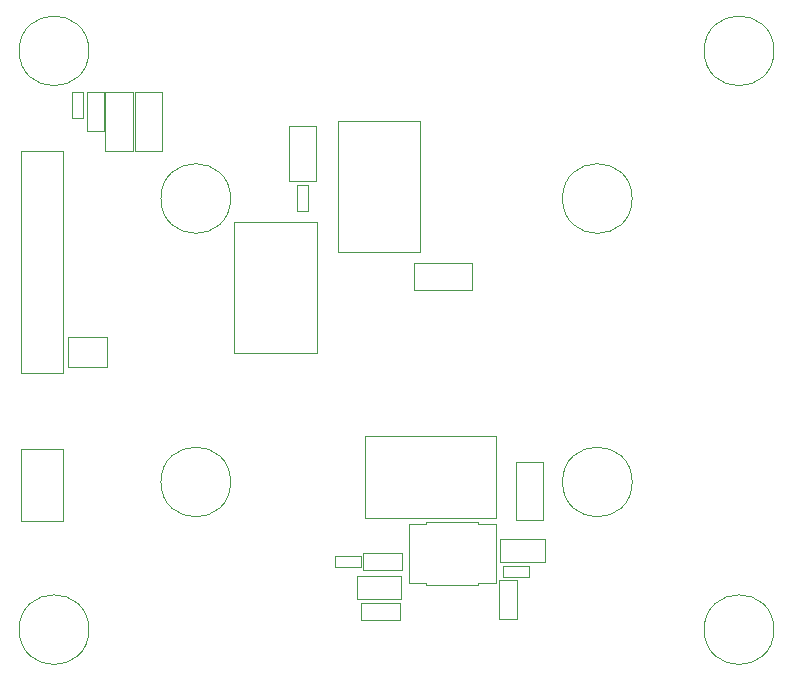
<source format=gbr>
G04 #@! TF.GenerationSoftware,KiCad,Pcbnew,9.0.4*
G04 #@! TF.CreationDate,2025-09-01T18:14:40-04:00*
G04 #@! TF.ProjectId,power_supply_hat,706f7765-725f-4737-9570-706c795f6861,rev?*
G04 #@! TF.SameCoordinates,Original*
G04 #@! TF.FileFunction,Other,User*
%FSLAX46Y46*%
G04 Gerber Fmt 4.6, Leading zero omitted, Abs format (unit mm)*
G04 Created by KiCad (PCBNEW 9.0.4) date 2025-09-01 18:14:40*
%MOMM*%
%LPD*%
G01*
G04 APERTURE LIST*
%ADD10C,0.050000*%
G04 APERTURE END LIST*
D10*
X129462500Y-94220000D02*
X132762500Y-94220000D01*
X129462500Y-95680000D02*
X129462500Y-94220000D01*
X132762500Y-94220000D02*
X132762500Y-95680000D01*
X132762500Y-95680000D02*
X129462500Y-95680000D01*
X152450000Y-84000000D02*
G75*
G02*
X146550000Y-84000000I-2950000J0D01*
G01*
X146550000Y-84000000D02*
G75*
G02*
X152450000Y-84000000I2950000J0D01*
G01*
X164450000Y-47500000D02*
G75*
G02*
X158550000Y-47500000I-2950000J0D01*
G01*
X158550000Y-47500000D02*
G75*
G02*
X164450000Y-47500000I2950000J0D01*
G01*
X100730000Y-81230000D02*
X100730000Y-87320000D01*
X100730000Y-87320000D02*
X104270000Y-87320000D01*
X104270000Y-81230000D02*
X100730000Y-81230000D01*
X104270000Y-87320000D02*
X104270000Y-81230000D01*
X105040000Y-50980000D02*
X105960000Y-50980000D01*
X105040000Y-53160000D02*
X105040000Y-50980000D01*
X105960000Y-50980000D02*
X105960000Y-53160000D01*
X105960000Y-53160000D02*
X105040000Y-53160000D01*
X141490000Y-91130000D02*
X143710000Y-91130000D01*
X141490000Y-92070000D02*
X141490000Y-91130000D01*
X143710000Y-91130000D02*
X143710000Y-92070000D01*
X143710000Y-92070000D02*
X141490000Y-92070000D01*
X107850000Y-51020000D02*
X110150000Y-51020000D01*
X107850000Y-55980000D02*
X107850000Y-51020000D01*
X110150000Y-51020000D02*
X110150000Y-55980000D01*
X110150000Y-55980000D02*
X107850000Y-55980000D01*
X124055000Y-58867500D02*
X124995000Y-58867500D01*
X124055000Y-61087500D02*
X124055000Y-58867500D01*
X124995000Y-58867500D02*
X124995000Y-61087500D01*
X124995000Y-61087500D02*
X124055000Y-61087500D01*
X141272500Y-88845000D02*
X145032500Y-88845000D01*
X141272500Y-90805000D02*
X141272500Y-88845000D01*
X145032500Y-88845000D02*
X145032500Y-90805000D01*
X145032500Y-90805000D02*
X141272500Y-90805000D01*
X129800000Y-80075000D02*
X140900000Y-80075000D01*
X140900000Y-87075000D01*
X129800000Y-87075000D01*
X129800000Y-80075000D01*
X123375000Y-58525000D02*
X123375000Y-53825000D01*
X125675000Y-53825000D02*
X123375000Y-53825000D01*
X125675000Y-53825000D02*
X125675000Y-58525000D01*
X125675000Y-58525000D02*
X123375000Y-58525000D01*
X129625000Y-89970000D02*
X132925000Y-89970000D01*
X129625000Y-91430000D02*
X129625000Y-89970000D01*
X132925000Y-89970000D02*
X132925000Y-91430000D01*
X132925000Y-91430000D02*
X129625000Y-91430000D01*
X106450000Y-96500000D02*
G75*
G02*
X100550000Y-96500000I-2950000J0D01*
G01*
X100550000Y-96500000D02*
G75*
G02*
X106450000Y-96500000I2950000J0D01*
G01*
X106270000Y-50987500D02*
X107730000Y-50987500D01*
X106270000Y-54287500D02*
X106270000Y-50987500D01*
X107730000Y-50987500D02*
X107730000Y-54287500D01*
X107730000Y-54287500D02*
X106270000Y-54287500D01*
X106450000Y-47500000D02*
G75*
G02*
X100550000Y-47500000I-2950000J0D01*
G01*
X100550000Y-47500000D02*
G75*
G02*
X106450000Y-47500000I2950000J0D01*
G01*
X134525000Y-53425000D02*
X127525000Y-53425000D01*
X127525000Y-64525000D01*
X134525000Y-64525000D01*
X134525000Y-53425000D01*
X118750000Y-73050000D02*
X125750000Y-73050000D01*
X125750000Y-61950000D01*
X118750000Y-61950000D01*
X118750000Y-73050000D01*
X118450000Y-60000000D02*
G75*
G02*
X112550000Y-60000000I-2950000J0D01*
G01*
X112550000Y-60000000D02*
G75*
G02*
X118450000Y-60000000I2950000J0D01*
G01*
X104700000Y-71750000D02*
X104700000Y-74250000D01*
X104700000Y-71750000D02*
X108000000Y-71750000D01*
X108000000Y-74250000D02*
X104700000Y-74250000D01*
X108000000Y-74250000D02*
X108000000Y-71750000D01*
X100730000Y-55980000D02*
X100730000Y-74780000D01*
X100730000Y-74780000D02*
X104270000Y-74780000D01*
X104270000Y-55980000D02*
X100730000Y-55980000D01*
X104270000Y-74780000D02*
X104270000Y-55980000D01*
X164450000Y-96500000D02*
G75*
G02*
X158550000Y-96500000I-2950000J0D01*
G01*
X158550000Y-96500000D02*
G75*
G02*
X164450000Y-96500000I2950000J0D01*
G01*
X118450000Y-84000000D02*
G75*
G02*
X112550000Y-84000000I-2950000J0D01*
G01*
X112550000Y-84000000D02*
G75*
G02*
X118450000Y-84000000I2950000J0D01*
G01*
X127262500Y-90230000D02*
X129482500Y-90230000D01*
X127262500Y-91170000D02*
X127262500Y-90230000D01*
X129482500Y-90230000D02*
X129482500Y-91170000D01*
X129482500Y-91170000D02*
X127262500Y-91170000D01*
X129175000Y-92000000D02*
X132875000Y-92000000D01*
X129175000Y-93900000D02*
X129175000Y-92000000D01*
X132875000Y-92000000D02*
X132875000Y-93900000D01*
X132875000Y-93900000D02*
X129175000Y-93900000D01*
X152450000Y-60000000D02*
G75*
G02*
X146550000Y-60000000I-2950000J0D01*
G01*
X146550000Y-60000000D02*
G75*
G02*
X152450000Y-60000000I2950000J0D01*
G01*
X133970000Y-65425000D02*
X138930000Y-65425000D01*
X133970000Y-67725000D02*
X133970000Y-65425000D01*
X138930000Y-65425000D02*
X138930000Y-67725000D01*
X138930000Y-67725000D02*
X133970000Y-67725000D01*
X110350000Y-51020000D02*
X112650000Y-51020000D01*
X110350000Y-55980000D02*
X110350000Y-51020000D01*
X112650000Y-51020000D02*
X112650000Y-55980000D01*
X112650000Y-55980000D02*
X110350000Y-55980000D01*
X133525000Y-87590000D02*
X135025000Y-87590000D01*
X133525000Y-92510000D02*
X133525000Y-87590000D01*
X135025000Y-87350000D02*
X139425000Y-87350000D01*
X135025000Y-87590000D02*
X135025000Y-87350000D01*
X135025000Y-92510000D02*
X133525000Y-92510000D01*
X135025000Y-92750000D02*
X135025000Y-92510000D01*
X139425000Y-87350000D02*
X139425000Y-87590000D01*
X139425000Y-87590000D02*
X140925000Y-87590000D01*
X139425000Y-92510000D02*
X139425000Y-92750000D01*
X139425000Y-92750000D02*
X135025000Y-92750000D01*
X140925000Y-87590000D02*
X140925000Y-92510000D01*
X140925000Y-92510000D02*
X139425000Y-92510000D01*
X142600000Y-82270000D02*
X144900000Y-82270000D01*
X142600000Y-87230000D02*
X142600000Y-82270000D01*
X144900000Y-82270000D02*
X144900000Y-87230000D01*
X144900000Y-87230000D02*
X142600000Y-87230000D01*
X141210000Y-92262500D02*
X142670000Y-92262500D01*
X141210000Y-95562500D02*
X141210000Y-92262500D01*
X142670000Y-92262500D02*
X142670000Y-95562500D01*
X142670000Y-95562500D02*
X141210000Y-95562500D01*
M02*

</source>
